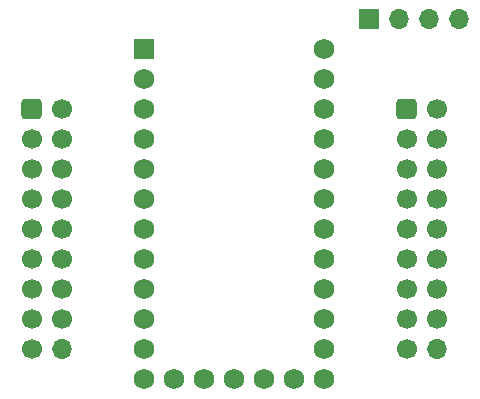
<source format=gbs>
%TF.GenerationSoftware,KiCad,Pcbnew,(5.1.12-1-10_14)*%
%TF.CreationDate,2021-11-20T17:27:35+08:00*%
%TF.ProjectId,Pragmatic,50726167-6d61-4746-9963-2e6b69636164,V0.1*%
%TF.SameCoordinates,Original*%
%TF.FileFunction,Soldermask,Bot*%
%TF.FilePolarity,Negative*%
%FSLAX46Y46*%
G04 Gerber Fmt 4.6, Leading zero omitted, Abs format (unit mm)*
G04 Created by KiCad (PCBNEW (5.1.12-1-10_14)) date 2021-11-20 17:27:35*
%MOMM*%
%LPD*%
G01*
G04 APERTURE LIST*
%ADD10O,1.700000X1.700000*%
%ADD11C,1.700000*%
%ADD12C,1.752600*%
%ADD13R,1.752600X1.752600*%
%ADD14R,1.700000X1.700000*%
G04 APERTURE END LIST*
D10*
X156845000Y-74930000D03*
D11*
X154305000Y-74930000D03*
D10*
X125095000Y-74930000D03*
D11*
X122555000Y-74930000D03*
X156845000Y-72390000D03*
X156845000Y-69850000D03*
X156845000Y-67310000D03*
X156845000Y-64770000D03*
X156845000Y-62230000D03*
X156845000Y-59690000D03*
X156845000Y-57150000D03*
X156845000Y-54610000D03*
X154305000Y-72390000D03*
X154305000Y-69850000D03*
X154305000Y-67310000D03*
X154305000Y-64770000D03*
X154305000Y-62230000D03*
X154305000Y-59690000D03*
X154305000Y-57150000D03*
G36*
G01*
X153455000Y-55210000D02*
X153455000Y-54010000D01*
G75*
G02*
X153705000Y-53760000I250000J0D01*
G01*
X154905000Y-53760000D01*
G75*
G02*
X155155000Y-54010000I0J-250000D01*
G01*
X155155000Y-55210000D01*
G75*
G02*
X154905000Y-55460000I-250000J0D01*
G01*
X153705000Y-55460000D01*
G75*
G02*
X153455000Y-55210000I0J250000D01*
G01*
G37*
X125095000Y-72390000D03*
X125095000Y-69850000D03*
X125095000Y-67310000D03*
X125095000Y-64770000D03*
X125095000Y-62230000D03*
X125095000Y-59690000D03*
X125095000Y-57150000D03*
X125095000Y-54610000D03*
X122555000Y-72390000D03*
X122555000Y-69850000D03*
X122555000Y-67310000D03*
X122555000Y-64770000D03*
X122555000Y-62230000D03*
X122555000Y-59690000D03*
X122555000Y-57150000D03*
G36*
G01*
X121705000Y-55210000D02*
X121705000Y-54010000D01*
G75*
G02*
X121955000Y-53760000I250000J0D01*
G01*
X123155000Y-53760000D01*
G75*
G02*
X123405000Y-54010000I0J-250000D01*
G01*
X123405000Y-55210000D01*
G75*
G02*
X123155000Y-55460000I-250000J0D01*
G01*
X121955000Y-55460000D01*
G75*
G02*
X121705000Y-55210000I0J250000D01*
G01*
G37*
D12*
X134620000Y-77470000D03*
X137160000Y-77470000D03*
X139700000Y-77470000D03*
X142240000Y-77470000D03*
X144780000Y-77470000D03*
X147320000Y-49530000D03*
X132080000Y-77470000D03*
X147320000Y-52070000D03*
X147320000Y-54610000D03*
X147320000Y-57150000D03*
X147320000Y-59690000D03*
X147320000Y-62230000D03*
X147320000Y-64770000D03*
X147320000Y-67310000D03*
X147320000Y-69850000D03*
X147320000Y-72390000D03*
X147320000Y-74930000D03*
X147320000Y-77470000D03*
X132080000Y-74930000D03*
X132080000Y-72390000D03*
X132080000Y-69850000D03*
X132080000Y-67310000D03*
X132080000Y-64770000D03*
X132080000Y-62230000D03*
X132080000Y-59690000D03*
X132080000Y-57150000D03*
X132080000Y-54610000D03*
X132080000Y-52070000D03*
D13*
X132080000Y-49530000D03*
D10*
X158750000Y-46990000D03*
X156210000Y-46990000D03*
X153670000Y-46990000D03*
D14*
X151130000Y-46990000D03*
M02*

</source>
